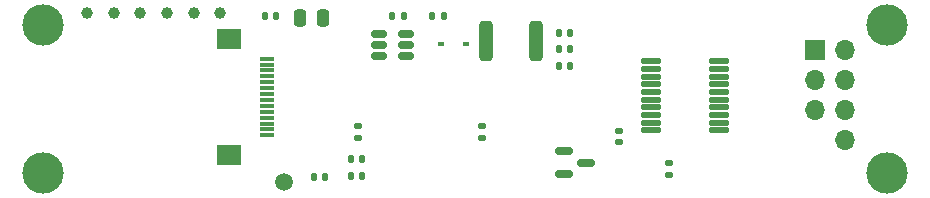
<source format=gbr>
%TF.GenerationSoftware,KiCad,Pcbnew,(6.0.0)*%
%TF.CreationDate,2022-03-29T17:15:08-07:00*%
%TF.ProjectId,ELW2106AA-breakout-board,454c5732-3130-4364-9141-2d627265616b,rev?*%
%TF.SameCoordinates,Original*%
%TF.FileFunction,Soldermask,Top*%
%TF.FilePolarity,Negative*%
%FSLAX46Y46*%
G04 Gerber Fmt 4.6, Leading zero omitted, Abs format (unit mm)*
G04 Created by KiCad (PCBNEW (6.0.0)) date 2022-03-29 17:15:08*
%MOMM*%
%LPD*%
G01*
G04 APERTURE LIST*
G04 Aperture macros list*
%AMRoundRect*
0 Rectangle with rounded corners*
0 $1 Rounding radius*
0 $2 $3 $4 $5 $6 $7 $8 $9 X,Y pos of 4 corners*
0 Add a 4 corners polygon primitive as box body*
4,1,4,$2,$3,$4,$5,$6,$7,$8,$9,$2,$3,0*
0 Add four circle primitives for the rounded corners*
1,1,$1+$1,$2,$3*
1,1,$1+$1,$4,$5*
1,1,$1+$1,$6,$7*
1,1,$1+$1,$8,$9*
0 Add four rect primitives between the rounded corners*
20,1,$1+$1,$2,$3,$4,$5,0*
20,1,$1+$1,$4,$5,$6,$7,0*
20,1,$1+$1,$6,$7,$8,$9,0*
20,1,$1+$1,$8,$9,$2,$3,0*%
G04 Aperture macros list end*
%ADD10RoundRect,0.020500X0.764500X0.184500X-0.764500X0.184500X-0.764500X-0.184500X0.764500X-0.184500X0*%
%ADD11RoundRect,0.140000X0.140000X0.170000X-0.140000X0.170000X-0.140000X-0.170000X0.140000X-0.170000X0*%
%ADD12R,0.600000X0.450000*%
%ADD13C,1.000000*%
%ADD14RoundRect,0.250000X0.312500X1.450000X-0.312500X1.450000X-0.312500X-1.450000X0.312500X-1.450000X0*%
%ADD15RoundRect,0.140000X0.170000X-0.140000X0.170000X0.140000X-0.170000X0.140000X-0.170000X-0.140000X0*%
%ADD16RoundRect,0.140000X-0.140000X-0.170000X0.140000X-0.170000X0.140000X0.170000X-0.140000X0.170000X0*%
%ADD17RoundRect,0.135000X0.135000X0.185000X-0.135000X0.185000X-0.135000X-0.185000X0.135000X-0.185000X0*%
%ADD18R,1.200000X0.300000*%
%ADD19R,2.000000X1.800000*%
%ADD20RoundRect,0.150000X0.512500X0.150000X-0.512500X0.150000X-0.512500X-0.150000X0.512500X-0.150000X0*%
%ADD21RoundRect,0.250000X0.250000X0.475000X-0.250000X0.475000X-0.250000X-0.475000X0.250000X-0.475000X0*%
%ADD22RoundRect,0.140000X-0.170000X0.140000X-0.170000X-0.140000X0.170000X-0.140000X0.170000X0.140000X0*%
%ADD23RoundRect,0.150000X-0.587500X-0.150000X0.587500X-0.150000X0.587500X0.150000X-0.587500X0.150000X0*%
%ADD24C,1.500000*%
%ADD25R,1.700000X1.700000*%
%ADD26O,1.700000X1.700000*%
%ADD27C,3.500000*%
G04 APERTURE END LIST*
D10*
%TO.C,U3*%
X148720000Y-93575000D03*
X148720000Y-92925000D03*
X148720000Y-92275000D03*
X148720000Y-91625000D03*
X148720000Y-90975000D03*
X148720000Y-90325000D03*
X148720000Y-89675000D03*
X148720000Y-89025000D03*
X148720000Y-88375000D03*
X148720000Y-87725000D03*
X142980000Y-87725000D03*
X142980000Y-88375000D03*
X142980000Y-89025000D03*
X142980000Y-89675000D03*
X142980000Y-90325000D03*
X142980000Y-90975000D03*
X142980000Y-91625000D03*
X142980000Y-92275000D03*
X142980000Y-92925000D03*
X142980000Y-93575000D03*
%TD*%
D11*
%TO.C,C1*%
X136080000Y-88100000D03*
X135120000Y-88100000D03*
%TD*%
D12*
%TO.C,D1*%
X125150000Y-86300000D03*
X127250000Y-86300000D03*
%TD*%
D13*
%TO.C,TP5*%
X97473529Y-83646250D03*
%TD*%
D14*
%TO.C,L1*%
X133237500Y-86000000D03*
X128962500Y-86000000D03*
%TD*%
D15*
%TO.C,C10*%
X144450000Y-97330000D03*
X144450000Y-96370000D03*
%TD*%
D16*
%TO.C,C7*%
X110220000Y-83850000D03*
X111180000Y-83850000D03*
%TD*%
D17*
%TO.C,R3*%
X125410000Y-83900000D03*
X124390000Y-83900000D03*
%TD*%
%TO.C,R4*%
X122060000Y-83900000D03*
X121040000Y-83900000D03*
%TD*%
D18*
%TO.C,H1*%
X110410000Y-87500000D03*
X110410000Y-88000000D03*
X110410000Y-88500000D03*
X110410000Y-89000000D03*
X110410000Y-89500000D03*
X110410000Y-90000000D03*
X110410000Y-90500000D03*
X110410000Y-91000000D03*
X110410000Y-91500000D03*
X110410000Y-92000000D03*
X110410000Y-92500000D03*
X110410000Y-93000000D03*
X110410000Y-93500000D03*
X110410000Y-94000000D03*
D19*
X107240000Y-95650000D03*
X107240000Y-85850000D03*
%TD*%
D13*
%TO.C,TP3*%
X99650000Y-83646250D03*
%TD*%
D11*
%TO.C,C3*%
X136080000Y-85300000D03*
X135120000Y-85300000D03*
%TD*%
D20*
%TO.C,U1*%
X122187500Y-87300000D03*
X122187500Y-86350000D03*
X122187500Y-85400000D03*
X119912500Y-85400000D03*
X119912500Y-86350000D03*
X119912500Y-87300000D03*
%TD*%
D11*
%TO.C,C6*%
X115380000Y-97500000D03*
X114420000Y-97500000D03*
%TD*%
D21*
%TO.C,C4*%
X115150000Y-84100000D03*
X113250000Y-84100000D03*
%TD*%
D13*
%TO.C,TP4*%
X104250000Y-83646250D03*
%TD*%
%TO.C,TP2*%
X101950000Y-83646250D03*
%TD*%
%TO.C,TP7*%
X106480000Y-83646250D03*
%TD*%
D22*
%TO.C,C8*%
X118100000Y-93220000D03*
X118100000Y-94180000D03*
%TD*%
D11*
%TO.C,C2*%
X136080000Y-86700000D03*
X135120000Y-86700000D03*
%TD*%
D16*
%TO.C,C5*%
X117520000Y-97450000D03*
X118480000Y-97450000D03*
%TD*%
D13*
%TO.C,TP6*%
X95165000Y-83675000D03*
%TD*%
D23*
%TO.C,U2*%
X135562500Y-95350000D03*
X135562500Y-97250000D03*
X137437500Y-96300000D03*
%TD*%
D15*
%TO.C,C12*%
X140200000Y-94580000D03*
X140200000Y-93620000D03*
%TD*%
D16*
%TO.C,C9*%
X117520000Y-96000000D03*
X118480000Y-96000000D03*
%TD*%
D24*
%TO.C,TP1*%
X111900000Y-97950000D03*
%TD*%
D25*
%TO.C,J1*%
X156860000Y-86750000D03*
D26*
X156860000Y-89290000D03*
X156860000Y-91830000D03*
X159400000Y-86750000D03*
X159400000Y-89290000D03*
X159400000Y-91830000D03*
X159400000Y-94370000D03*
%TD*%
D15*
%TO.C,C11*%
X128650000Y-94180000D03*
X128650000Y-93220000D03*
%TD*%
D27*
%TO.C,MH4*%
X162950000Y-84650000D03*
%TD*%
%TO.C,MH1*%
X91450000Y-97150000D03*
%TD*%
%TO.C,MH3*%
X162950000Y-97150000D03*
%TD*%
%TO.C,MH2*%
X91450000Y-84650000D03*
%TD*%
M02*

</source>
